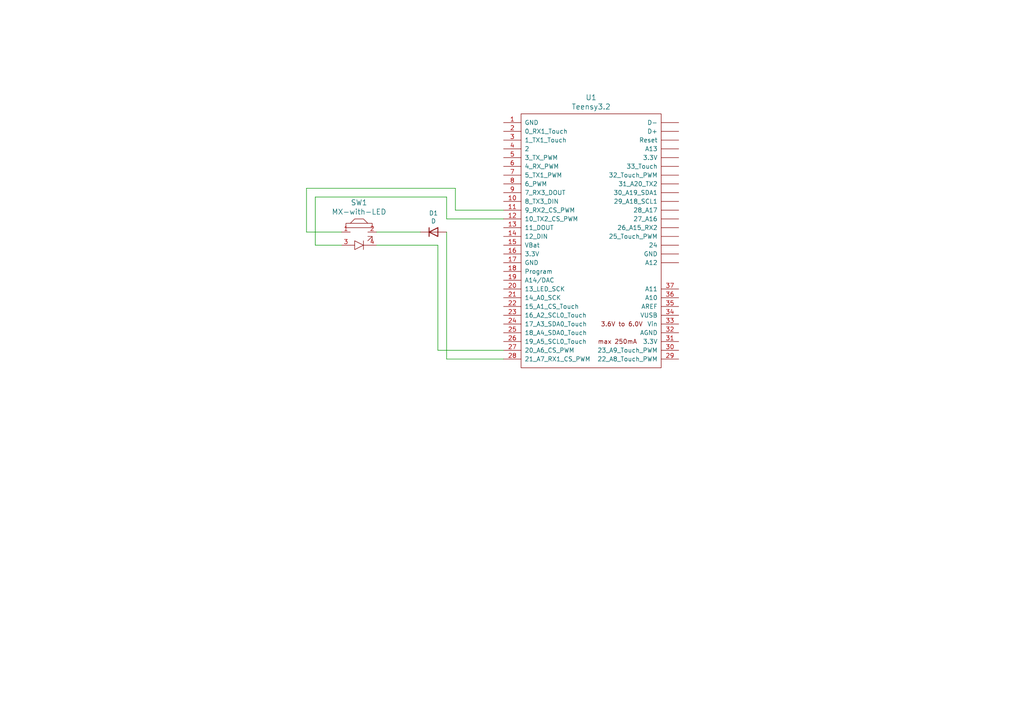
<source format=kicad_sch>
(kicad_sch (version 20230121) (generator eeschema)
  (paper "A4")
  (lib_symbols
    (symbol "Device:D" (pin_numbers hide) (pin_names (offset 1.016) hide)
      (property "Reference" "D" (at 0 2.54 0))
      (property "Value" "D" (at 0 -2.54 0))
      (symbol "D_0_1"
        (polyline (pts (xy -1.27 1.27) (xy -1.27 -1.27)) (stroke (width 0.254)))
        (polyline (pts (xy 1.27 0) (xy -1.27 0)))
        (polyline (pts (xy 1.27 1.27) (xy 1.27 -1.27) (xy -1.27 0) (xy 1.27 1.27)) (stroke (width 0.254)))
      )
      (symbol "D_1_1"
        (pin passive line (at -3.81 0 0) (length 2.54) (name "K") (number "1"))
        (pin passive line (at 3.81 0 180) (length 2.54) (name "A") (number "2"))
      )
    )
    (symbol "TeensyKey-rescue:MX-with-LED-keebio" (pin_names (offset 1.016))
      (property "Reference" "SW" (at 0 -8.89 0))
      (property "Value" "keebio_MX-with-LED" (at 0 8.89 0))
      (symbol "MX-with-LED-keebio_0_1"
        (polyline (pts (xy -1.27 -3.81) (xy -2.54 -3.81)))
        (polyline (pts (xy 1.27 -2.54) (xy 1.27 -5.08)))
        (polyline (pts (xy 2.54 -3.81) (xy 1.27 -3.81)))
        (polyline (pts (xy 2.54 -2.54) (xy 3.81 -1.27)))
        (polyline (pts (xy 3.81 -2.54) (xy 3.81 -1.27) (xy 2.54 -1.27)))
        (polyline (pts (xy -2.54 2.54) (xy -1.27 3.81) (xy 1.27 3.81) (xy 2.54 2.54)))
        (polyline (pts (xy -1.27 -2.54) (xy -1.27 -5.08) (xy 1.27 -3.81) (xy -1.27 -2.54)))
        (polyline (pts (xy -3.81 1.27) (xy 3.81 1.27) (xy 3.81 2.54) (xy -3.81 2.54) (xy -3.81 1.27)))
      )
      (symbol "MX-with-LED-keebio_1_1"
        (pin input line (at -5.08 0 0) (length 2.54) (name "~") (number "1"))
        (pin input line (at 5.08 0 180) (length 2.54) (name "~") (number "2"))
        (pin input line (at -5.08 -3.81 0) (length 2.54) (name "~") (number "3"))
        (pin input line (at 5.08 -3.81 180) (length 2.54) (name "~") (number "4"))
      )
    )
    (symbol "TeensyKey-rescue:Teensy3.2-teensy" (pin_names (offset 1.016))
      (property "Reference" "U" (at 0 39.37 0))
      (property "Value" "teensy_Teensy3.2" (at 0 -39.37 0))
      (symbol "Teensy3.2-teensy_0_0"
        (text "3.6V to 6.0V" (at 8.89 -24.13 0) (effects (font (size 1.27 1.27))))
        (text "max 250mA" (at 7.62 -29.21 0) (effects (font (size 1.27 1.27))))
      )
      (symbol "Teensy3.2-teensy_0_1"
        (rectangle (start -20.32 -36.83) (end 20.32 36.83))
      )
      (symbol "Teensy3.2-teensy_1_1"
        (pin power_in line (at -25.4 34.29 0) (length 5.08) (name "GND") (number "1"))
        (pin bidirectional line (at -25.4 11.43 0) (length 5.08) (name "8_TX3_DIN") (number "10"))
        (pin bidirectional line (at -25.4 8.89 0) (length 5.08) (name "9_RX2_CS_PWM") (number "11"))
        (pin bidirectional line (at -25.4 6.35 0) (length 5.08) (name "10_TX2_CS_PWM") (number "12"))
        (pin bidirectional line (at -25.4 3.81 0) (length 5.08) (name "11_DOUT") (number "13"))
        (pin bidirectional line (at -25.4 1.27 0) (length 5.08) (name "12_DIN") (number "14"))
        (pin power_in line (at -25.4 -1.27 0) (length 5.08) (name "VBat") (number "15"))
        (pin power_out line (at -25.4 -3.81 0) (length 5.08) (name "3.3V") (number "16"))
        (pin power_in line (at -25.4 -6.35 0) (length 5.08) (name "GND") (number "17"))
        (pin input line (at -25.4 -8.89 0) (length 5.08) (name "Program") (number "18"))
        (pin bidirectional line (at -25.4 -11.43 0) (length 5.08) (name "A14/DAC") (number "19"))
        (pin bidirectional line (at -25.4 31.75 0) (length 5.08) (name "0_RX1_Touch") (number "2"))
        (pin bidirectional line (at -25.4 -13.97 0) (length 5.08) (name "13_LED_SCK") (number "20"))
        (pin bidirectional line (at -25.4 -16.51 0) (length 5.08) (name "14_A0_SCK") (number "21"))
        (pin bidirectional line (at -25.4 -19.05 0) (length 5.08) (name "15_A1_CS_Touch") (number "22"))
        (pin bidirectional line (at -25.4 -21.59 0) (length 5.08) (name "16_A2_SCL0_Touch") (number "23"))
        (pin bidirectional line (at -25.4 -24.13 0) (length 5.08) (name "17_A3_SDA0_Touch") (number "24"))
        (pin bidirectional line (at -25.4 -26.67 0) (length 5.08) (name "18_A4_SDA0_Touch") (number "25"))
        (pin bidirectional line (at -25.4 -29.21 0) (length 5.08) (name "19_A5_SCL0_Touch") (number "26"))
        (pin bidirectional line (at -25.4 -31.75 0) (length 5.08) (name "20_A6_CS_PWM") (number "27"))
        (pin bidirectional line (at -25.4 -34.29 0) (length 5.08) (name "21_A7_RX1_CS_PWM") (number "28"))
        (pin bidirectional line (at 25.4 -34.29 180) (length 5.08) (name "22_A8_Touch_PWM") (number "29"))
        (pin bidirectional line (at -25.4 29.21 0) (length 5.08) (name "1_TX1_Touch") (number "3"))
        (pin bidirectional line (at 25.4 -31.75 180) (length 5.08) (name "23_A9_Touch_PWM") (number "30"))
        (pin power_out line (at 25.4 -29.21 180) (length 5.08) (name "3.3V") (number "31"))
        (pin power_out line (at 25.4 -26.67 180) (length 5.08) (name "AGND") (number "32"))
        (pin power_in line (at 25.4 -24.13 180) (length 5.08) (name "Vin") (number "33"))
        (pin power_in line (at 25.4 -21.59 180) (length 5.08) (name "VUSB") (number "34"))
        (pin input line (at 25.4 -19.05 180) (length 5.08) (name "AREF") (number "35"))
        (pin bidirectional line (at 25.4 -16.51 180) (length 5.08) (name "A10") (number "36"))
        (pin bidirectional line (at 25.4 -13.97 180) (length 5.08) (name "A11") (number "37"))
        (pin bidirectional line (at -25.4 26.67 0) (length 5.08) (name "2") (number "4"))
        (pin bidirectional line (at -25.4 24.13 0) (length 5.08) (name "3_TX_PWM") (number "5"))
        (pin bidirectional line (at -25.4 21.59 0) (length 5.08) (name "4_RX_PWM") (number "6"))
        (pin bidirectional line (at -25.4 19.05 0) (length 5.08) (name "5_TX1_PWM") (number "7"))
        (pin bidirectional line (at -25.4 16.51 0) (length 5.08) (name "6_PWM") (number "8"))
        (pin bidirectional line (at -25.4 13.97 0) (length 5.08) (name "7_RX3_DOUT") (number "9"))
        (pin bidirectional line (at 25.4 -1.27 180) (length 5.08) (name "24") (number "~"))
        (pin bidirectional line (at 25.4 1.27 180) (length 5.08) (name "25_Touch_PWM") (number "~"))
        (pin bidirectional line (at 25.4 3.81 180) (length 5.08) (name "26_A15_RX2") (number "~"))
        (pin bidirectional line (at 25.4 6.35 180) (length 5.08) (name "27_A16") (number "~"))
        (pin bidirectional line (at 25.4 8.89 180) (length 5.08) (name "28_A17") (number "~"))
        (pin bidirectional line (at 25.4 11.43 180) (length 5.08) (name "29_A18_SCL1") (number "~"))
        (pin power_out line (at 25.4 24.13 180) (length 5.08) (name "3.3V") (number "~"))
        (pin bidirectional line (at 25.4 13.97 180) (length 5.08) (name "30_A19_SDA1") (number "~"))
        (pin bidirectional line (at 25.4 16.51 180) (length 5.08) (name "31_A20_TX2") (number "~"))
        (pin bidirectional line (at 25.4 19.05 180) (length 5.08) (name "32_Touch_PWM") (number "~"))
        (pin bidirectional line (at 25.4 21.59 180) (length 5.08) (name "33_Touch") (number "~"))
        (pin bidirectional line (at 25.4 -6.35 180) (length 5.08) (name "A12") (number "~"))
        (pin bidirectional line (at 25.4 26.67 180) (length 5.08) (name "A13") (number "~"))
        (pin bidirectional line (at 25.4 31.75 180) (length 5.08) (name "D+") (number "~"))
        (pin bidirectional line (at 25.4 34.29 180) (length 5.08) (name "D-") (number "~"))
        (pin power_in line (at 25.4 -3.81 180) (length 5.08) (name "GND") (number "~"))
        (pin input line (at 25.4 29.21 180) (length 5.08) (name "Reset") (number "~"))
      )
    )
  )
  (wire (pts (xy 129.54 67.31) (xy 129.54 104.14)))
  (wire (pts (xy 91.44 57.15) (xy 129.54 57.15)))
  (wire (pts (xy 129.54 63.5) (xy 146.05 63.5)))
  (wire (pts (xy 129.54 57.15) (xy 129.54 63.5)))
  (wire (pts (xy 127 71.12) (xy 109.22 71.12)))
  (wire (pts (xy 146.05 101.6) (xy 127 101.6)))
  (wire (pts (xy 99.06 71.12) (xy 91.44 71.12)))
  (wire (pts (xy 132.08 54.61) (xy 132.08 60.96)))
  (wire (pts (xy 132.08 60.96) (xy 146.05 60.96)))
  (wire (pts (xy 99.06 67.31) (xy 88.9 67.31)))
  (wire (pts (xy 88.9 67.31) (xy 88.9 54.61)))
  (wire (pts (xy 91.44 71.12) (xy 91.44 57.15)))
  (wire (pts (xy 127 101.6) (xy 127 71.12)))
  (wire (pts (xy 121.92 67.31) (xy 109.22 67.31)))
  (wire (pts (xy 88.9 54.61) (xy 132.08 54.61)))
  (wire (pts (xy 129.54 104.14) (xy 146.05 104.14)))
  (symbol (lib_id "TeensyKey-rescue:MX-with-LED-keebio") (at 104.14 67.31 0) (unit 1)
    (property "Reference" "SW1" (at 104.14 58.7502 0) (effects (font (size 1.524 1.524))))
    (property "Value" "MX-with-LED" (at 104.14 61.4426 0) (effects (font (size 1.524 1.524))))
    (property "Footprint" "keebio:MX-Alps-Choc-1U" (effects hide))
  )
  (symbol (lib_id "Device:D") (at 125.73 67.31 0) (unit 1)
    (property "Reference" "D1" (at 125.73 61.8236 0))
    (property "Value" "D" (at 125.73 64.135 0))
    (property "Footprint" "Diodes_THT:D_DO-35_SOD27_P7.62mm_Horizontal" (effects hide))
  )
  (symbol (lib_id "TeensyKey-rescue:Teensy3.2-teensy") (at 171.45 69.85 0) (unit 1)
    (property "Reference" "U1" (at 171.45 28.2702 0) (effects (font (size 1.524 1.524))))
    (property "Value" "Teensy3.2" (at 171.45 30.9626 0) (effects (font (size 1.524 1.524))))
    (property "Footprint" "chillpizza:Teensy30_31_32_LC_smt_combi" (effects hide))
  )
)
</source>
